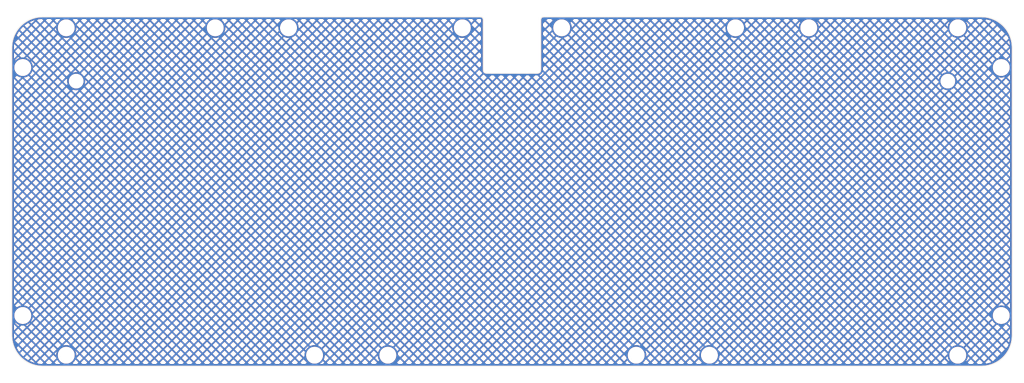
<source format=kicad_pcb>
(kicad_pcb (version 20211014) (generator pcbnew)
  (title_block (title "lego technic beam sandwich - base plate") (rev "0.0"))
  (layers (0 "F.Cu" signal) (31 "B.Cu" signal) (34 "B.Paste" user) (35 "F.Paste" user) (36 "B.SilkS" user "B.Silkscreen") (37 "F.SilkS" user "F.Silkscreen") (38 "B.Mask" user) (39 "F.Mask" user) (44 "Edge.Cuts" user))
  (net 0 "")
  (footprint "MountingHole:MountingHole_5mm" (layer "F.Cu") (at 206.5 32.9)
    (fp_text reference "REF**" hide)
    (fp_text value "MountingHole_5mm")
    (pad "" np_thru_hole circle (at 0 0) (size 5 5) (drill 5) (layers *.Cu *.Mask))
  )
  (footprint "MountingHole:MountingHole_5mm" (layer "F.Cu") (at 286.1 32.9)
    (fp_text reference "REF**" hide)
    (fp_text value "MountingHole_5mm")
    (pad "" np_thru_hole circle (at 0 0) (size 5 5) (drill 5) (layers *.Cu *.Mask))
  )
  (footprint "MountingHole:MountingHole_4.3mm_M4" (layer "F.Cu") (at 330.9 50.1)
    (fp_text reference "REF**" hide)
    (fp_text value "MountingHole_4.3mm_M4")
    (pad "" np_thru_hole circle (at 0 0) (size 4.3 4.3) (drill 4.3) (layers *.Cu *.Mask))
  )
  (footprint "MountingHole:MountingHole_5mm" (layer "F.Cu") (at 262.5 32.9)
    (fp_text reference "REF**" hide)
    (fp_text value "MountingHole_5mm")
    (pad "" np_thru_hole circle (at 0 0) (size 5 5) (drill 5) (layers *.Cu *.Mask))
  )
  (footprint "MountingHole:MountingHole_5mm" (layer "F.Cu") (at 32.9 45.7)
    (fp_text reference "REF**" hide)
    (fp_text value "MountingHole_5mm")
    (pad "" np_thru_hole circle (at 0 0) (size 5 5) (drill 5) (layers *.Cu *.Mask))
  )
  (footprint "MountingHole:MountingHole_5mm" (layer "F.Cu") (at 150.5 138.5)
    (fp_text reference "REF**" hide)
    (fp_text value "MountingHole_5mm")
    (pad "" np_thru_hole circle (at 0 0) (size 5 5) (drill 5) (layers *.Cu *.Mask))
  )
  (footprint "MountingHole:MountingHole_5mm" (layer "F.Cu") (at 334.1 32.9)
    (fp_text reference "REF**" hide)
    (fp_text value "MountingHole_5mm")
    (pad "" np_thru_hole circle (at 0 0) (size 5 5) (drill 5) (layers *.Cu *.Mask))
  )
  (footprint "MountingHole:MountingHole_5mm" (layer "F.Cu") (at 230.5 138.5)
    (fp_text reference "REF**" hide)
    (fp_text value "MountingHole_5mm")
    (pad "" np_thru_hole circle (at 0 0) (size 5 5) (drill 5) (layers *.Cu *.Mask))
  )
  (footprint "MountingHole:MountingHole_5mm" (layer "F.Cu") (at 348.1 45.7)
    (fp_text reference "REF**" hide)
    (fp_text value "MountingHole_5mm")
    (pad "" np_thru_hole circle (at 0 0) (size 5 5) (drill 5) (layers *.Cu *.Mask))
  )
  (footprint "MountingHole:MountingHole_4.3mm_M4" (layer "F.Cu") (at 50.1 50.1)
    (fp_text reference "REF**" hide)
    (fp_text value "MountingHole_4.3mm_M4")
    (pad "" np_thru_hole circle (at 0 0) (size 4.3 4.3) (drill 4.3) (layers *.Cu *.Mask))
  )
  (footprint "MountingHole:MountingHole_5mm" (layer "F.Cu") (at 126.9 138.5)
    (fp_text reference "REF**" hide)
    (fp_text value "MountingHole_5mm")
    (pad "" np_thru_hole circle (at 0 0) (size 5 5) (drill 5) (layers *.Cu *.Mask))
  )
  (footprint "MountingHole:MountingHole_5mm" (layer "F.Cu") (at 334.1 138.5)
    (fp_text reference "REF**" hide)
    (fp_text value "MountingHole_5mm")
    (pad "" np_thru_hole circle (at 0 0) (size 5 5) (drill 5) (layers *.Cu *.Mask))
  )
  (footprint "MountingHole:MountingHole_5mm" (layer "F.Cu") (at 46.9 138.5)
    (fp_text reference "REF**" hide)
    (fp_text value "MountingHole_5mm")
    (pad "" np_thru_hole circle (at 0 0) (size 5 5) (drill 5) (layers *.Cu *.Mask))
  )
  (footprint "MountingHole:MountingHole_5mm" (layer "F.Cu") (at 118.5 32.9)
    (fp_text reference "REF**" hide)
    (fp_text value "MountingHole_5mm")
    (pad "" np_thru_hole circle (at 0 0) (size 5 5) (drill 5) (layers *.Cu *.Mask))
  )
  (footprint "MountingHole:MountingHole_5mm" (layer "F.Cu") (at 348.1 125.7)
    (fp_text reference "REF**" hide)
    (fp_text value "MountingHole_5mm")
    (pad "" np_thru_hole circle (at 0 0) (size 5 5) (drill 5) (layers *.Cu *.Mask))
  )
  (footprint "MountingHole:MountingHole_5mm" (layer "F.Cu") (at 32.9 125.7)
    (fp_text reference "REF**" hide)
    (fp_text value "MountingHole_5mm")
    (pad "" np_thru_hole circle (at 0 0) (size 5 5) (drill 5) (layers *.Cu *.Mask))
  )
  (footprint "MountingHole:MountingHole_5mm" (layer "F.Cu") (at 94.9 32.9)
    (fp_text reference "REF**" hide)
    (fp_text value "MountingHole_5mm")
    (pad "" np_thru_hole circle (at 0 0) (size 5 5) (drill 5) (layers *.Cu *.Mask))
  )
  (footprint "MountingHole:MountingHole_5mm" (layer "F.Cu") (at 174.5 32.9)
    (fp_text reference "REF**" hide)
    (fp_text value "MountingHole_5mm")
    (pad "" np_thru_hole circle (at 0 0) (size 5 5) (drill 5) (layers *.Cu *.Mask))
  )
  (footprint "MountingHole:MountingHole_5mm" (layer "F.Cu") (at 46.9 32.9)
    (fp_text reference "REF**" hide)
    (fp_text value "MountingHole_5mm")
    (pad "" np_thru_hole circle (at 0 0) (size 5 5) (drill 5) (layers *.Cu *.Mask))
  )
  (footprint "MountingHole:MountingHole_5mm" (layer "F.Cu") (at 254.1 138.5)
    (fp_text reference "REF**" hide)
    (fp_text value "MountingHole_5mm")
    (pad "" np_thru_hole circle (at 0 0) (size 5 5) (drill 5) (layers *.Cu *.Mask))
  )
  (gr_arc (start 199.7 30.3) (mid 199.992893 29.592893) (end 200.7 29.3) (layer "Edge.Cuts") (width 0.1))
  (gr_line (start 341.7 29.3) (end 200.7 29.3) (layer "Edge.Cuts") (width 0.1))
  (gr_arc (start 182.3 47.5) (mid 181.592893 47.207107) (end 181.3 46.5) (layer "Edge.Cuts") (width 0.1))
  (gr_arc (start 199.7 46.5) (mid 199.407107 47.207107) (end 198.7 47.5) (layer "Edge.Cuts") (width 0.1))
  (gr_line (start 351.7 39.3) (end 351.7 132.1) (layer "Edge.Cuts") (width 0.1))
  (gr_line (start 199.7 30.3) (end 199.7 46.5) (layer "Edge.Cuts") (width 0.1))
  (gr_line (start 29.3 39.3) (end 29.3 132.1) (layer "Edge.Cuts") (width 0.1))
  (gr_line (start 198.7 47.5) (end 182.3 47.5) (layer "Edge.Cuts") (width 0.1))
  (gr_arc (start 351.7 132.1) (mid 348.771068 139.171068) (end 341.7 142.1) (layer "Edge.Cuts") (width 0.1))
  (gr_line (start 39.3 142.1) (end 341.7 142.1) (layer "Edge.Cuts") (width 0.1))
  (gr_arc (start 29.3 39.3) (mid 32.228932 32.228932) (end 39.3 29.3) (layer "Edge.Cuts") (width 0.1))
  (gr_arc (start 341.7 29.3) (mid 348.771068 32.228932) (end 351.7 39.3) (layer "Edge.Cuts") (width 0.1))
  (gr_line (start 181.3 46.5) (end 181.3 30.3) (layer "Edge.Cuts") (width 0.1))
  (gr_arc (start 180.3 29.3) (mid 181.007107 29.592893) (end 181.3 30.3) (layer "Edge.Cuts") (width 0.1))
  (gr_arc (start 39.3 142.1) (mid 32.228932 139.171068) (end 29.3 132.1) (layer "Edge.Cuts") (width 0.1))
  (gr_line (start 180.3 29.3) (end 39.3 29.3) (layer "Edge.Cuts") (width 0.1))
  (zone (net 0) (net_name "") (layers F&B.Cu) (connect_pads (clearance 0.25)) (min_thickness 0.25) (fill yes (mode hatch) (thermal_gap 0.508) (thermal_bridge_width 0.508) (hatch_thickness 0.5) (hatch_gap 1.5) (hatch_orientation 45) (hatch_border_algorithm hatch_thickness) (hatch_min_hole_area 0.3))
    (polygon (pts (xy 351.7 142.1) (xy 29.3 142.1) (xy 29.3 29.3) (xy 351.7 29.3)))
  )
)
</source>
